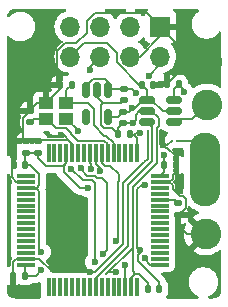
<source format=gtl>
%TF.GenerationSoftware,KiCad,Pcbnew,8.0.5*%
%TF.CreationDate,2025-02-24T22:08:56-06:00*%
%TF.ProjectId,spudglo_driver_mini_v1p0,73707564-676c-46f5-9f64-72697665725f,rev?*%
%TF.SameCoordinates,Original*%
%TF.FileFunction,Copper,L1,Top*%
%TF.FilePolarity,Positive*%
%FSLAX46Y46*%
G04 Gerber Fmt 4.6, Leading zero omitted, Abs format (unit mm)*
G04 Created by KiCad (PCBNEW 8.0.5) date 2025-02-24 22:08:56*
%MOMM*%
%LPD*%
G01*
G04 APERTURE LIST*
G04 Aperture macros list*
%AMRoundRect*
0 Rectangle with rounded corners*
0 $1 Rounding radius*
0 $2 $3 $4 $5 $6 $7 $8 $9 X,Y pos of 4 corners*
0 Add a 4 corners polygon primitive as box body*
4,1,4,$2,$3,$4,$5,$6,$7,$8,$9,$2,$3,0*
0 Add four circle primitives for the rounded corners*
1,1,$1+$1,$2,$3*
1,1,$1+$1,$4,$5*
1,1,$1+$1,$6,$7*
1,1,$1+$1,$8,$9*
0 Add four rect primitives between the rounded corners*
20,1,$1+$1,$2,$3,$4,$5,0*
20,1,$1+$1,$4,$5,$6,$7,0*
20,1,$1+$1,$6,$7,$8,$9,0*
20,1,$1+$1,$8,$9,$2,$3,0*%
G04 Aperture macros list end*
%TA.AperFunction,SMDPad,CuDef*%
%ADD10RoundRect,0.140000X0.140000X0.170000X-0.140000X0.170000X-0.140000X-0.170000X0.140000X-0.170000X0*%
%TD*%
%TA.AperFunction,SMDPad,CuDef*%
%ADD11RoundRect,0.140000X-0.140000X-0.170000X0.140000X-0.170000X0.140000X0.170000X-0.140000X0.170000X0*%
%TD*%
%TA.AperFunction,SMDPad,CuDef*%
%ADD12RoundRect,0.140000X0.170000X-0.140000X0.170000X0.140000X-0.170000X0.140000X-0.170000X-0.140000X0*%
%TD*%
%TA.AperFunction,SMDPad,CuDef*%
%ADD13RoundRect,0.140000X-0.170000X0.140000X-0.170000X-0.140000X0.170000X-0.140000X0.170000X0.140000X0*%
%TD*%
%TA.AperFunction,SMDPad,CuDef*%
%ADD14RoundRect,0.135000X-0.185000X0.135000X-0.185000X-0.135000X0.185000X-0.135000X0.185000X0.135000X0*%
%TD*%
%TA.AperFunction,ComponentPad*%
%ADD15C,2.600000*%
%TD*%
%TA.AperFunction,SMDPad,CuDef*%
%ADD16RoundRect,0.150000X-0.512500X-0.150000X0.512500X-0.150000X0.512500X0.150000X-0.512500X0.150000X0*%
%TD*%
%TA.AperFunction,SMDPad,CuDef*%
%ADD17RoundRect,0.075000X-0.700000X0.075000X-0.700000X-0.075000X0.700000X-0.075000X0.700000X0.075000X0*%
%TD*%
%TA.AperFunction,SMDPad,CuDef*%
%ADD18RoundRect,0.075000X-0.075000X0.700000X-0.075000X-0.700000X0.075000X-0.700000X0.075000X0.700000X0*%
%TD*%
%TA.AperFunction,ComponentPad*%
%ADD19O,1.700000X1.700000*%
%TD*%
%TA.AperFunction,ComponentPad*%
%ADD20R,1.700000X1.700000*%
%TD*%
%TA.AperFunction,SMDPad,CuDef*%
%ADD21R,1.200000X1.000000*%
%TD*%
%TA.AperFunction,SMDPad,CuDef*%
%ADD22RoundRect,0.150000X-0.150000X0.512500X-0.150000X-0.512500X0.150000X-0.512500X0.150000X0.512500X0*%
%TD*%
%TA.AperFunction,SMDPad,CuDef*%
%ADD23R,0.152400X0.254000*%
%TD*%
%TA.AperFunction,ViaPad*%
%ADD24C,0.600000*%
%TD*%
%TA.AperFunction,Conductor*%
%ADD25C,0.200000*%
%TD*%
%TA.AperFunction,Conductor*%
%ADD26C,2.500000*%
%TD*%
G04 APERTURE END LIST*
D10*
%TO.P,C25,1*%
%TO.N,+5V*%
X205420000Y-57180000D03*
%TO.P,C25,2*%
%TO.N,GND*%
X204460000Y-57180000D03*
%TD*%
D11*
%TO.P,C24,1*%
%TO.N,+3V3*%
X202320000Y-57210000D03*
%TO.P,C24,2*%
%TO.N,GND*%
X203280000Y-57210000D03*
%TD*%
D10*
%TO.P,C23,1*%
%TO.N,/OSC48_HI*%
X196360000Y-57210000D03*
%TO.P,C23,2*%
%TO.N,GND*%
X195400000Y-57210000D03*
%TD*%
D12*
%TO.P,C20,1*%
%TO.N,/OSC48_LO*%
X192830000Y-60400000D03*
%TO.P,C20,2*%
%TO.N,GND*%
X192830000Y-59440000D03*
%TD*%
%TO.P,C17,1*%
%TO.N,+3V3*%
X192520000Y-62960000D03*
%TO.P,C17,2*%
%TO.N,GND*%
X192520000Y-62000000D03*
%TD*%
%TO.P,C16,1*%
%TO.N,+3V3*%
X193500000Y-62950000D03*
%TO.P,C16,2*%
%TO.N,GND*%
X193500000Y-61990000D03*
%TD*%
D11*
%TO.P,C15,2*%
%TO.N,GND*%
X205180000Y-63990000D03*
%TO.P,C15,1*%
%TO.N,+3V3*%
X204220000Y-63990000D03*
%TD*%
D10*
%TO.P,C14,1*%
%TO.N,+3V3*%
X192400000Y-73370000D03*
%TO.P,C14,2*%
%TO.N,GND*%
X191440000Y-73370000D03*
%TD*%
%TO.P,C13,1*%
%TO.N,+3V3*%
X192430000Y-64020000D03*
%TO.P,C13,2*%
%TO.N,GND*%
X191470000Y-64020000D03*
%TD*%
%TO.P,C12,1*%
%TO.N,+3V3*%
X201290000Y-61420000D03*
%TO.P,C12,2*%
%TO.N,GND*%
X200330000Y-61420000D03*
%TD*%
%TO.P,C11,1*%
%TO.N,NRST*%
X203790000Y-74480000D03*
%TO.P,C11,2*%
%TO.N,GND*%
X202830000Y-74480000D03*
%TD*%
D13*
%TO.P,C10,1*%
%TO.N,+3V3*%
X200760000Y-59480000D03*
%TO.P,C10,2*%
%TO.N,GND*%
X200760000Y-60440000D03*
%TD*%
%TO.P,C9,1*%
%TO.N,+5V*%
X200770000Y-57560000D03*
%TO.P,C9,2*%
%TO.N,GND*%
X200770000Y-58520000D03*
%TD*%
D14*
%TO.P,R6,1*%
%TO.N,/BOOT0*%
X205410000Y-67230000D03*
%TO.P,R6,2*%
%TO.N,GND*%
X205410000Y-68250000D03*
%TD*%
D15*
%TO.P,J7,1,Pin_1*%
%TO.N,+5V*%
X207630000Y-66200000D03*
%TD*%
%TO.P,J1,1,Pin_1*%
%TO.N,GND*%
X207710000Y-69840000D03*
%TD*%
D16*
%TO.P,U7,6,VCCB*%
%TO.N,+5V*%
X205050000Y-58500000D03*
%TO.P,U7,5,DIR*%
%TO.N,+3V3*%
X205050000Y-59450000D03*
%TO.P,U7,4,B*%
%TO.N,TIM1_CH1_SHIFT*%
X205050000Y-60400000D03*
%TO.P,U7,3,A*%
%TO.N,TIM1_CH1*%
X202775000Y-60400000D03*
%TO.P,U7,2,GND*%
%TO.N,GND*%
X202775000Y-59450000D03*
%TO.P,U7,1,VCCA*%
%TO.N,+3V3*%
X202775000Y-58500000D03*
%TD*%
D15*
%TO.P,J2,1,Pin_1*%
%TO.N,+5V*%
X207630000Y-62550000D03*
%TD*%
D17*
%TO.P,U4,64,VDD*%
%TO.N,+3V3*%
X203845000Y-64940001D03*
%TO.P,U4,63,VSS*%
%TO.N,GND*%
X203845000Y-65440000D03*
%TO.P,U4,62,PB9/I2C1_SDA/SPI2_NSS*%
%TO.N,unconnected-(U4-PB9{slash}I2C1_SDA{slash}SPI2_NSS-Pad62)*%
X203845000Y-65940000D03*
%TO.P,U4,61,PB8/I2C1_SCL/TIM16_CH1*%
%TO.N,unconnected-(U4-PB8{slash}I2C1_SCL{slash}TIM16_CH1-Pad61)*%
X203845000Y-66440000D03*
%TO.P,U4,60,PH3/BOOT0*%
%TO.N,/BOOT0*%
X203845000Y-66940000D03*
%TO.P,U4,59,PB7/USART1_RX*%
%TO.N,unconnected-(U4-PB7{slash}USART1_RX-Pad59)*%
X203845000Y-67440001D03*
%TO.P,U4,58,PB6/USART1_TX*%
%TO.N,unconnected-(U4-PB6{slash}USART1_TX-Pad58)*%
X203845000Y-67940000D03*
%TO.P,U4,57,PB5/SPI1_MOSI/SPI3_MOSI*%
%TO.N,unconnected-(U4-PB5{slash}SPI1_MOSI{slash}SPI3_MOSI-Pad57)*%
X203845000Y-68440000D03*
%TO.P,U4,56,PB4/NJTRST*%
%TO.N,unconnected-(U4-PB4{slash}NJTRST-Pad56)*%
X203845000Y-68940000D03*
%TO.P,U4,55,PB3/JTDO-TRACE-SWO*%
%TO.N,unconnected-(U4-PB3{slash}JTDO-TRACE-SWO-Pad55)*%
X203845000Y-69440000D03*
%TO.P,U4,54,PD2*%
%TO.N,unconnected-(U4-PD2-Pad54)*%
X203845000Y-69939999D03*
%TO.P,U4,53,PC12/SPI3_MOSI*%
%TO.N,unconnected-(U4-PC12{slash}SPI3_MOSI-Pad53)*%
X203845000Y-70440000D03*
%TO.P,U4,52,PC11/SPI3_MISO/USART3_RX*%
%TO.N,unconnected-(U4-PC11{slash}SPI3_MISO{slash}USART3_RX-Pad52)*%
X203845000Y-70940000D03*
%TO.P,U4,51,PC10*%
%TO.N,unconnected-(U4-PC10-Pad51)*%
X203845000Y-71440000D03*
%TO.P,U4,50,PA15/JTDI*%
%TO.N,unconnected-(U4-PA15{slash}JTDI-Pad50)*%
X203845000Y-71940000D03*
%TO.P,U4,49,PA14/SWCLK*%
%TO.N,/SWCLK*%
X203845000Y-72439999D03*
D18*
%TO.P,U4,48,VDDUSB*%
%TO.N,unconnected-(U4-VDDUSB-Pad48)*%
X201919999Y-74365000D03*
%TO.P,U4,47,VSS*%
%TO.N,GND*%
X201420000Y-74365000D03*
%TO.P,U4,46,PA13/SWDIO*%
%TO.N,/SWDIO*%
X200920000Y-74365000D03*
%TO.P,U4,45,PA12/SPI_MOSI*%
%TO.N,unconnected-(U4-PA12{slash}SPI_MOSI-Pad45)*%
X200420000Y-74365000D03*
%TO.P,U4,44,PA11/TIM1_CH4/SPI1_MISO*%
%TO.N,unconnected-(U4-PA11{slash}TIM1_CH4{slash}SPI1_MISO-Pad44)*%
X199920000Y-74365000D03*
%TO.P,U4,43,PA10/TIM1_CH3/USART1_RX*%
%TO.N,unconnected-(U4-PA10{slash}TIM1_CH3{slash}USART1_RX-Pad43)*%
X199419999Y-74365000D03*
%TO.P,U4,42,PA9/TIM1_CH2/USART1_TX*%
%TO.N,unconnected-(U4-PA9{slash}TIM1_CH2{slash}USART1_TX-Pad42)*%
X198920000Y-74365000D03*
%TO.P,U4,41,PA8/TIM1_CH1*%
%TO.N,TIM1_CH1*%
X198420000Y-74365000D03*
%TO.P,U4,40,PC9*%
%TO.N,unconnected-(U4-PC9-Pad40)*%
X197920000Y-74365000D03*
%TO.P,U4,39,PC8*%
%TO.N,unconnected-(U4-PC8-Pad39)*%
X197420000Y-74365000D03*
%TO.P,U4,38,PC7*%
%TO.N,unconnected-(U4-PC7-Pad38)*%
X196920001Y-74365000D03*
%TO.P,U4,37,PC6*%
%TO.N,unconnected-(U4-PC6-Pad37)*%
X196420000Y-74365000D03*
%TO.P,U4,36,PB15/SPI2_MOSI/TIM15_CH2*%
%TO.N,unconnected-(U4-PB15{slash}SPI2_MOSI{slash}TIM15_CH2-Pad36)*%
X195920000Y-74365000D03*
%TO.P,U4,35,PB14/SPI2_MISO/TIM15_CH1*%
%TO.N,unconnected-(U4-PB14{slash}SPI2_MISO{slash}TIM15_CH1-Pad35)*%
X195420000Y-74365000D03*
%TO.P,U4,34,PB13*%
%TO.N,unconnected-(U4-PB13-Pad34)*%
X194920000Y-74365000D03*
%TO.P,U4,33,PB12*%
%TO.N,unconnected-(U4-PB12-Pad33)*%
X194420001Y-74365000D03*
D17*
%TO.P,U4,32,VDD*%
%TO.N,+3V3*%
X192495000Y-72439999D03*
%TO.P,U4,31,VSS*%
%TO.N,GND*%
X192495000Y-71940000D03*
%TO.P,U4,30,PB11/USART3_RX/LPUART1_TX/TIM2_CH4/I2C2_SDA*%
%TO.N,unconnected-(U4-PB11{slash}USART3_RX{slash}LPUART1_TX{slash}TIM2_CH4{slash}I2C2_SDA-Pad30)*%
X192495000Y-71440000D03*
%TO.P,U4,29,PB10/LPUART1_RX/SPI2_SCK/TIM2_CH3/I2C2_SCL*%
%TO.N,unconnected-(U4-PB10{slash}LPUART1_RX{slash}SPI2_SCK{slash}TIM2_CH3{slash}I2C2_SCL-Pad29)*%
X192495000Y-70940000D03*
%TO.P,U4,28,PB2*%
%TO.N,unconnected-(U4-PB2-Pad28)*%
X192495000Y-70440000D03*
%TO.P,U4,27,PB1*%
%TO.N,unconnected-(U4-PB1-Pad27)*%
X192495000Y-69939999D03*
%TO.P,U4,26,PB0*%
%TO.N,unconnected-(U4-PB0-Pad26)*%
X192495000Y-69440000D03*
%TO.P,U4,25,PC5/USART3_RX/WKUP5*%
%TO.N,unconnected-(U4-PC5{slash}USART3_RX{slash}WKUP5-Pad25)*%
X192495000Y-68940000D03*
%TO.P,U4,24,PC4/USART3_TX*%
%TO.N,unconnected-(U4-PC4{slash}USART3_TX-Pad24)*%
X192495000Y-68440000D03*
%TO.P,U4,23,PA7/SPI1_MOSI*%
%TO.N,unconnected-(U4-PA7{slash}SPI1_MOSI-Pad23)*%
X192495000Y-67940000D03*
%TO.P,U4,22,PA6/TIM16_CH1*%
%TO.N,unconnected-(U4-PA6{slash}TIM16_CH1-Pad22)*%
X192495000Y-67440001D03*
%TO.P,U4,21,PA5/SPI1_SCK/TIM2_CH1*%
%TO.N,unconnected-(U4-PA5{slash}SPI1_SCK{slash}TIM2_CH1-Pad21)*%
X192495000Y-66940000D03*
%TO.P,U4,20,PA4/SPI1_NSS/LPTIM2_OUT*%
%TO.N,unconnected-(U4-PA4{slash}SPI1_NSS{slash}LPTIM2_OUT-Pad20)*%
X192495000Y-66440000D03*
%TO.P,U4,19,VDD*%
%TO.N,+3V3*%
X192495000Y-65940000D03*
%TO.P,U4,18,VSS*%
%TO.N,GND*%
X192495000Y-65440000D03*
%TO.P,U4,17,PA3/LPUART1_RX/TIM2_CH4*%
%TO.N,unconnected-(U4-PA3{slash}LPUART1_RX{slash}TIM2_CH4-Pad17)*%
X192495000Y-64940001D03*
D18*
%TO.P,U4,16,PA2/LPUART1_TX/TIM2_CH3/WKUP4*%
%TO.N,unconnected-(U4-PA2{slash}LPUART1_TX{slash}TIM2_CH3{slash}WKUP4-Pad16)*%
X194420001Y-63015000D03*
%TO.P,U4,15,PA1_SPI1_SCK*%
%TO.N,unconnected-(U4-PA1_SPI1_SCK-Pad15)*%
X194920000Y-63015000D03*
%TO.P,U4,14,PA0_WKUP1*%
%TO.N,unconnected-(U4-PA0_WKUP1-Pad14)*%
X195420000Y-63015000D03*
%TO.P,U4,13,VDDA*%
%TO.N,+3V3*%
X195920000Y-63015000D03*
%TO.P,U4,12,VSSA*%
%TO.N,GND*%
X196420000Y-63015000D03*
%TO.P,U4,11,PC3/SPI2_MOSI*%
%TO.N,unconnected-(U4-PC3{slash}SPI2_MOSI-Pad11)*%
X196920001Y-63015000D03*
%TO.P,U4,10,PC2/SPI2_MISO*%
%TO.N,unconnected-(U4-PC2{slash}SPI2_MISO-Pad10)*%
X197420000Y-63015000D03*
%TO.P,U4,9,PC1/LPUART1_TX*%
%TO.N,XR_RX*%
X197920000Y-63015000D03*
%TO.P,U4,8,PC0/LPUART1_RX*%
%TO.N,XR_TX*%
X198420000Y-63015000D03*
%TO.P,U4,7,NRST*%
%TO.N,NRST*%
X198920000Y-63015000D03*
%TO.P,U4,6,PH1/OSCOUT*%
%TO.N,/OSC48_LO*%
X199419999Y-63015000D03*
%TO.P,U4,5,PH0/OSCIN*%
%TO.N,/OSC48_HI*%
X199920000Y-63015000D03*
%TO.P,U4,4,PC15_OSC32_OUT*%
%TO.N,unconnected-(U4-PC15_OSC32_OUT-Pad4)*%
X200420000Y-63015000D03*
%TO.P,U4,3,PC14_OSC32_IN*%
%TO.N,unconnected-(U4-PC14_OSC32_IN-Pad3)*%
X200920000Y-63015000D03*
%TO.P,U4,2,PC13/WKUP2*%
%TO.N,unconnected-(U4-PC13{slash}WKUP2-Pad2)*%
X201420000Y-63015000D03*
%TO.P,U4,1,VBAT*%
%TO.N,+3V3*%
X201919999Y-63015000D03*
%TD*%
D15*
%TO.P,J4,1,Pin_1*%
%TO.N,TIM1_CH1_SHIFT*%
X207810000Y-58910000D03*
%TD*%
%TO.P,J5,1,Pin_1*%
%TO.N,GND*%
X207800000Y-55290000D03*
%TD*%
D19*
%TO.P,J3,8,Pin_8*%
%TO.N,+3V3*%
X196270000Y-54840000D03*
%TO.P,J3,7,Pin_7*%
%TO.N,/SWDIO*%
X196270000Y-52300000D03*
%TO.P,J3,6,Pin_6*%
%TO.N,/SWCLK*%
X198810000Y-54840000D03*
%TO.P,J3,5,Pin_5*%
%TO.N,XR_TX*%
X198810001Y-52300000D03*
%TO.P,J3,4,Pin_4*%
%TO.N,GND*%
X201350000Y-54840000D03*
%TO.P,J3,3,Pin_3*%
%TO.N,XR_RX*%
X201350000Y-52300000D03*
%TO.P,J3,2,Pin_2*%
%TO.N,NRST*%
X203890000Y-54840000D03*
D20*
%TO.P,J3,1,Pin_1*%
%TO.N,GND*%
X203890000Y-52300000D03*
%TD*%
D21*
%TO.P,U5,4,GND*%
%TO.N,GND*%
X194210000Y-58790000D03*
%TO.P,U5,3,OUT/IN*%
%TO.N,/OSC48_HI*%
X195910000Y-58790000D03*
%TO.P,U5,2,GND*%
%TO.N,GND*%
X195910000Y-60090000D03*
%TO.P,U5,1,IN/OUT*%
%TO.N,/OSC48_LO*%
X194210000Y-60090000D03*
%TD*%
D22*
%TO.P,U3,1,IN*%
%TO.N,+5V*%
X199490000Y-57670000D03*
%TO.P,U3,2,GND*%
%TO.N,GND*%
X198540001Y-57670000D03*
%TO.P,U3,3,EN*%
%TO.N,+5V*%
X197590002Y-57670000D03*
%TO.P,U3,4,NC*%
%TO.N,unconnected-(U3-NC-Pad4)*%
X197590002Y-59945000D03*
%TO.P,U3,5,OUT*%
%TO.N,+3V3*%
X199490000Y-59945000D03*
%TD*%
D23*
%TO.P,CR2,1,1*%
%TO.N,+5V*%
X205250000Y-61950000D03*
%TO.P,CR2,2,2*%
%TO.N,GND*%
X204843600Y-61950000D03*
%TD*%
D24*
%TO.N,+3V3*%
X197719732Y-65920000D03*
%TO.N,GND*%
X194960000Y-72390000D03*
%TO.N,+5V*%
X201796045Y-57893124D03*
%TO.N,/SWDIO*%
X196290000Y-64310000D03*
%TO.N,/SWCLK*%
X197188129Y-64269091D03*
X197950000Y-55990000D03*
%TO.N,NRST*%
X202590031Y-65668497D03*
X202920791Y-56435987D03*
%TO.N,+5V*%
X205870000Y-57820000D03*
%TO.N,GND*%
X195445001Y-61490000D03*
%TO.N,XR_TX*%
X198763061Y-64514000D03*
%TO.N,XR_RX*%
X197990334Y-64306891D03*
%TO.N,GND*%
X204115581Y-62327737D03*
%TO.N,/SWCLK*%
X198989866Y-71573508D03*
%TO.N,NRST*%
X200130000Y-70426687D03*
X202127494Y-71206225D03*
%TO.N,/SWCLK*%
X202570000Y-71872703D03*
%TO.N,/SWDIO*%
X198319732Y-72243642D03*
X200890903Y-72500903D03*
%TO.N,+3V3*%
X201470000Y-59200000D03*
%TO.N,GND*%
X201590000Y-60420000D03*
X197912538Y-73090001D03*
%TO.N,+3V3*%
X202199315Y-61260000D03*
X204199315Y-63150000D03*
%TO.N,GND*%
X200095937Y-73098829D03*
X196879265Y-61100735D03*
%TO.N,+3V3*%
X193811002Y-71371213D03*
X193760735Y-72929265D03*
%TD*%
D25*
%TO.N,GND*%
X201777589Y-73200000D02*
X201527494Y-72949905D01*
X201527494Y-71015782D02*
X201530000Y-71013276D01*
X201527494Y-72949905D02*
X201527494Y-71015782D01*
X202062409Y-73200000D02*
X201777589Y-73200000D01*
X201420000Y-73557589D02*
X201420000Y-74365000D01*
X201777589Y-73200000D02*
X201420000Y-73557589D01*
%TO.N,/SWDIO*%
X200920000Y-73041471D02*
X200920000Y-74365000D01*
X200890903Y-72500903D02*
X200890903Y-73012374D01*
X200890903Y-73012374D02*
X200920000Y-73041471D01*
%TO.N,GND*%
X202830000Y-74480000D02*
X202830000Y-73967591D01*
X202830000Y-73967591D02*
X202062409Y-73200000D01*
%TO.N,NRST*%
X202127494Y-71206225D02*
X202127494Y-71466680D01*
X201970000Y-72121232D02*
X203790000Y-73941232D01*
X202127494Y-71466680D02*
X201970000Y-71624174D01*
X201970000Y-71624174D02*
X201970000Y-72121232D01*
X203790000Y-73941232D02*
X203790000Y-74480000D01*
%TO.N,GND*%
X205180000Y-63282156D02*
X205180000Y-63990000D01*
X204115581Y-62327737D02*
X204465863Y-62327737D01*
X204465863Y-62327737D02*
X204843600Y-61950000D01*
X204115581Y-62327737D02*
X204337844Y-62550000D01*
X204337844Y-62550000D02*
X204447844Y-62550000D01*
X204447844Y-62550000D02*
X205180000Y-63282156D01*
%TO.N,+3V3*%
X204199315Y-63150000D02*
X204220000Y-63170685D01*
X204220000Y-63170685D02*
X204220000Y-63990000D01*
%TO.N,GND*%
X202510000Y-63768629D02*
X202510000Y-63758629D01*
X200964315Y-65314314D02*
X202510000Y-63768629D01*
X200660952Y-70750952D02*
X200730000Y-70681904D01*
X200730000Y-65550000D02*
X200730000Y-65548628D01*
X200730000Y-70681904D02*
X200730000Y-65550000D01*
X202799315Y-63100000D02*
X202799315Y-61030000D01*
X199860952Y-71550952D02*
X200660952Y-70750952D01*
X200730000Y-65548628D02*
X200964315Y-65314314D01*
X202510000Y-63758629D02*
X202799315Y-63469314D01*
X202799315Y-63469314D02*
X202799315Y-63100000D01*
X197912538Y-73090001D02*
X198321903Y-73090001D01*
X198321903Y-73090001D02*
X199860952Y-71550952D01*
%TO.N,+3V3*%
X195690000Y-64061471D02*
X195920000Y-63831471D01*
X197719732Y-65920000D02*
X197051471Y-65920000D01*
X197051471Y-65920000D02*
X195690000Y-64558529D01*
X195690000Y-64558529D02*
X195690000Y-64061471D01*
X195920000Y-63831471D02*
X195920000Y-63015000D01*
%TO.N,GND*%
X195590000Y-73090001D02*
X194770001Y-73090001D01*
X195590000Y-73090001D02*
X195590000Y-73020000D01*
X197912538Y-73090001D02*
X195590000Y-73090001D01*
X195590000Y-73020000D02*
X194960000Y-72390000D01*
%TO.N,NRST*%
X202920791Y-56435987D02*
X203890000Y-55466778D01*
%TO.N,+5V*%
X201796045Y-57893124D02*
X201462921Y-57560000D01*
X201462921Y-57560000D02*
X200770000Y-57560000D01*
%TO.N,/SWDIO*%
X198120000Y-65320000D02*
X197300000Y-65320000D01*
X197300000Y-65320000D02*
X196290000Y-64310000D01*
%TO.N,/SWCLK*%
X198989866Y-71573508D02*
X199350000Y-71213374D01*
X199350000Y-71213374D02*
X199350000Y-65520000D01*
X199350000Y-65520000D02*
X198944000Y-65114000D01*
X197706891Y-64906891D02*
X197188129Y-64388129D01*
X198944000Y-65114000D02*
X198514532Y-65114000D01*
X198514532Y-65114000D02*
X198307423Y-64906891D01*
X198307423Y-64906891D02*
X197706891Y-64906891D01*
X197188129Y-64388129D02*
X197188129Y-64269091D01*
%TO.N,GND*%
X203890000Y-52300000D02*
X202740000Y-51150000D01*
X196770000Y-53690000D02*
X195793654Y-53690000D01*
X198333655Y-51150000D02*
X197660001Y-51823654D01*
X197660001Y-51823654D02*
X197660001Y-52799999D01*
X197660001Y-52799999D02*
X196770000Y-53690000D01*
X202740000Y-51150000D02*
X198333655Y-51150000D01*
X195110000Y-56920000D02*
X195400000Y-57210000D01*
X195793654Y-53690000D02*
X195110000Y-54373654D01*
X195110000Y-54373654D02*
X195110000Y-56920000D01*
%TO.N,/SWCLK*%
X197950000Y-55700000D02*
X198810000Y-54840000D01*
X197950000Y-55990000D02*
X197950000Y-55700000D01*
%TO.N,+3V3*%
X196270000Y-54840000D02*
X197420000Y-53690000D01*
X202093654Y-57210000D02*
X202320000Y-57210000D01*
X197420000Y-53690000D02*
X199330000Y-53690000D01*
X199330000Y-53690000D02*
X200200000Y-54560000D01*
X200200000Y-54560000D02*
X200200000Y-55316346D01*
X200200000Y-55316346D02*
X202093654Y-57210000D01*
%TO.N,GND*%
X203890000Y-52300000D02*
X203890000Y-53080000D01*
X203890000Y-53080000D02*
X202130000Y-54840000D01*
X202130000Y-54840000D02*
X201350000Y-54840000D01*
%TO.N,NRST*%
X202127494Y-71206225D02*
X201930000Y-71008731D01*
X201930000Y-66045686D02*
X202307189Y-65668497D01*
X202307189Y-65668497D02*
X202590031Y-65668497D01*
X201930000Y-71008731D02*
X201930000Y-66045686D01*
%TO.N,GND*%
X205410000Y-68250000D02*
X206030000Y-67630000D01*
X206030000Y-67630000D02*
X206030000Y-66911076D01*
X206030000Y-66911076D02*
X205778924Y-66660000D01*
X205778924Y-66660000D02*
X205540000Y-66660000D01*
X205540000Y-66660000D02*
X204920000Y-66040000D01*
X204652410Y-65440000D02*
X203845000Y-65440000D01*
X204920000Y-66040000D02*
X204920000Y-65707590D01*
X204920000Y-65707590D02*
X204652410Y-65440000D01*
X205410000Y-69070000D02*
X206180000Y-69840000D01*
X206180000Y-69840000D02*
X207710000Y-69840000D01*
%TO.N,+3V3*%
X192430000Y-64020000D02*
X192430000Y-63050000D01*
%TO.N,+5V*%
X205870000Y-57820000D02*
X205870000Y-57630000D01*
X205870000Y-57630000D02*
X205420000Y-57180000D01*
%TO.N,+3V3*%
X205050000Y-59450000D02*
X204078052Y-59450000D01*
X204078052Y-59450000D02*
X203128052Y-58500000D01*
%TO.N,+5V*%
X205250000Y-61950000D02*
X207030000Y-61950000D01*
%TO.N,/SWDIO*%
X198319732Y-65519732D02*
X198120000Y-65320000D01*
X198319732Y-72243642D02*
X198319732Y-65519732D01*
%TO.N,GND*%
X206350000Y-55290000D02*
X206350000Y-54760000D01*
X206350000Y-54760000D02*
X203890000Y-52300000D01*
X204460000Y-57180000D02*
X206350000Y-55290000D01*
X206350000Y-55290000D02*
X207800000Y-55290000D01*
X195702410Y-61490000D02*
X196176205Y-61963795D01*
X195445001Y-61490000D02*
X195702410Y-61490000D01*
%TO.N,/OSC48_LO*%
X199419999Y-63015000D02*
X199419999Y-62207589D01*
X199419999Y-62207589D02*
X199152410Y-61940000D01*
X199152410Y-61940000D02*
X196870001Y-61940000D01*
X196279265Y-61349264D02*
X196279265Y-61289265D01*
X196870001Y-61940000D02*
X196279265Y-61349264D01*
X196279265Y-61289265D02*
X195880000Y-60890000D01*
X195880000Y-60890000D02*
X195010000Y-60890000D01*
X195010000Y-60890000D02*
X194210000Y-60090000D01*
%TO.N,GND*%
X196176205Y-61963795D02*
X196122410Y-61910000D01*
X196420000Y-62207590D02*
X196176205Y-61963795D01*
X196879265Y-61100735D02*
X196879265Y-61059265D01*
X196879265Y-61059265D02*
X195910000Y-60090000D01*
%TO.N,/OSC48_HI*%
X199920000Y-63015000D02*
X199920000Y-62141904D01*
X199920000Y-62141904D02*
X199318096Y-61540000D01*
X198235488Y-60625488D02*
X198235488Y-59287434D01*
X197738054Y-58790000D02*
X195910000Y-58790000D01*
X199318096Y-61540000D02*
X199150000Y-61540000D01*
X199150000Y-61540000D02*
X198235488Y-60625488D01*
X198235488Y-59287434D02*
X197738054Y-58790000D01*
%TO.N,GND*%
X200330000Y-61420000D02*
X199817500Y-60907500D01*
X198890000Y-58889951D02*
X199026218Y-58753733D01*
X199817500Y-60907500D02*
X199149448Y-60907500D01*
X198890000Y-60648052D02*
X198890000Y-58889951D01*
X199149448Y-60907500D02*
X198890000Y-60648052D01*
X200330000Y-61420000D02*
X200330000Y-60870000D01*
X200330000Y-60870000D02*
X200760000Y-60440000D01*
X192520000Y-62000000D02*
X192220000Y-61700000D01*
X192220000Y-61700000D02*
X192220000Y-60050000D01*
X192220000Y-60050000D02*
X192830000Y-59440000D01*
X194210000Y-58790000D02*
X195400000Y-57600000D01*
X195400000Y-57600000D02*
X195400000Y-57210000D01*
X194210000Y-58790000D02*
X193480000Y-58790000D01*
X193480000Y-58790000D02*
X192830000Y-59440000D01*
X191470000Y-63611384D02*
X191230717Y-63372101D01*
X191230717Y-63372101D02*
X191230717Y-62690808D01*
X191230717Y-62690808D02*
X191921525Y-62000000D01*
X191921525Y-62000000D02*
X192520000Y-62000000D01*
X194770001Y-73090001D02*
X193620000Y-71940000D01*
X193620000Y-71940000D02*
X192495000Y-71940000D01*
%TO.N,XR_TX*%
X198763061Y-64231158D02*
X198420000Y-63888097D01*
X198420000Y-63888097D02*
X198420000Y-63015000D01*
X198763061Y-64514000D02*
X198763061Y-64231158D01*
%TO.N,XR_RX*%
X197990334Y-64306891D02*
X197990334Y-63892744D01*
X197990334Y-63892744D02*
X197920000Y-63822410D01*
X197920000Y-63822410D02*
X197920000Y-63015000D01*
%TO.N,NRST*%
X198920000Y-63822411D02*
X199187589Y-64090000D01*
X200330000Y-70226687D02*
X200130000Y-70426687D01*
X199630000Y-64090000D02*
X200350000Y-64810000D01*
X200330000Y-65382943D02*
X200330000Y-70226687D01*
X199187589Y-64090000D02*
X199630000Y-64090000D01*
X198920000Y-63015000D02*
X198920000Y-63822411D01*
X200350000Y-64810000D02*
X200350000Y-65362943D01*
X200350000Y-65362943D02*
X200330000Y-65382943D01*
%TO.N,GND*%
X191470000Y-63611384D02*
X191470000Y-64020000D01*
X192520000Y-62000000D02*
X193490000Y-62000000D01*
X196420000Y-63015000D02*
X196420000Y-62207590D01*
X196122410Y-61910000D02*
X193580000Y-61910000D01*
X199026218Y-58753733D02*
X200536267Y-58753733D01*
X200536267Y-58753733D02*
X200770000Y-58520000D01*
X199026218Y-58753733D02*
X198540001Y-58267516D01*
X198540001Y-58267516D02*
X198540001Y-57670000D01*
%TO.N,/SWCLK*%
X202570000Y-71872703D02*
X202570000Y-71972410D01*
X202570000Y-71972410D02*
X203037589Y-72439999D01*
X203037589Y-72439999D02*
X203845000Y-72439999D01*
%TO.N,GND*%
X205410000Y-68250000D02*
X205410000Y-69070000D01*
X191420000Y-72207589D02*
X191687589Y-71940000D01*
X191420000Y-73350000D02*
X191420000Y-72207589D01*
X191687589Y-71940000D02*
X192495000Y-71940000D01*
X203280000Y-57210000D02*
X204430000Y-57210000D01*
%TO.N,+3V3*%
X202775000Y-58500000D02*
X202775000Y-57665000D01*
X202775000Y-57665000D02*
X202320000Y-57210000D01*
X202421948Y-58500000D02*
X201721948Y-59200000D01*
X201721948Y-59200000D02*
X201470000Y-59200000D01*
X201470000Y-59200000D02*
X201190000Y-59480000D01*
X201190000Y-59480000D02*
X200760000Y-59480000D01*
X199490000Y-59945000D02*
X200295000Y-59945000D01*
X200295000Y-59945000D02*
X200760000Y-59480000D01*
%TO.N,GND*%
X200760000Y-60440000D02*
X201570000Y-60440000D01*
X201570000Y-60440000D02*
X201590000Y-60420000D01*
X201800000Y-60210000D02*
X201590000Y-60420000D01*
X201800000Y-60190000D02*
X201800000Y-60210000D01*
X202775000Y-59450000D02*
X202112501Y-59450000D01*
X202112501Y-59450000D02*
X201800000Y-59762501D01*
X201800000Y-59762501D02*
X201800000Y-60190000D01*
X201530000Y-65880000D02*
X203599315Y-63810685D01*
X203599315Y-60878737D02*
X203737500Y-60740552D01*
X203599315Y-63810685D02*
X203599315Y-60878737D01*
X203737500Y-60740552D02*
X203737500Y-60059448D01*
X203737500Y-60059448D02*
X203128052Y-59450000D01*
%TO.N,TIM1_CH1*%
X203199315Y-63635000D02*
X203199315Y-60820000D01*
X203199315Y-60820000D02*
X203195000Y-60820000D01*
X203195000Y-60820000D02*
X202775000Y-60400000D01*
%TO.N,+5V*%
X205050000Y-58500000D02*
X205050000Y-57550000D01*
X205050000Y-57550000D02*
X205420000Y-57180000D01*
X200770000Y-57560000D02*
X199600000Y-57560000D01*
%TO.N,GND*%
X192495000Y-65440000D02*
X191687589Y-65440000D01*
X191280000Y-64210000D02*
X191470000Y-64020000D01*
X191687589Y-65440000D02*
X191280000Y-65032411D01*
X191280000Y-65032411D02*
X191280000Y-64210000D01*
%TO.N,+3V3*%
X193500000Y-62950000D02*
X193500000Y-63402409D01*
X193500000Y-63402409D02*
X194187591Y-64090000D01*
X194187591Y-64090000D02*
X195652410Y-64090000D01*
X195920000Y-63822410D02*
X195920000Y-63015000D01*
X195652410Y-64090000D02*
X195920000Y-63822410D01*
%TO.N,/OSC48_LO*%
X194210000Y-60090000D02*
X193140000Y-60090000D01*
X193140000Y-60090000D02*
X192830000Y-60400000D01*
%TO.N,/OSC48_HI*%
X195910000Y-58790000D02*
X195910000Y-57660000D01*
X195910000Y-57660000D02*
X196360000Y-57210000D01*
%TO.N,+3V3*%
X202199315Y-61260000D02*
X201790000Y-61260000D01*
X201790000Y-61260000D02*
X201610000Y-61440000D01*
X201919999Y-63015000D02*
X201919999Y-61749999D01*
X201919999Y-61749999D02*
X201610000Y-61440000D01*
%TO.N,GND*%
X204652411Y-65440000D02*
X204920000Y-65172411D01*
X204920000Y-65172411D02*
X204920000Y-64870000D01*
X203845000Y-65440000D02*
X204652411Y-65440000D01*
X204920000Y-64870000D02*
X205180000Y-64610000D01*
X205180000Y-64610000D02*
X205180000Y-63990000D01*
%TO.N,+3V3*%
X204220000Y-63990000D02*
X204220000Y-64565001D01*
X204220000Y-64565001D02*
X203845000Y-64940001D01*
%TO.N,TIM1_CH1*%
X202910000Y-63924315D02*
X203199315Y-63635000D01*
X198420000Y-74365000D02*
X198420000Y-73557590D01*
X201130000Y-70847590D02*
X201130000Y-65714314D01*
X202910000Y-63934314D02*
X202910000Y-63924315D01*
X198420000Y-73557590D02*
X201130000Y-70847590D01*
X201130000Y-65714314D02*
X202910000Y-63934314D01*
%TO.N,GND*%
X201530000Y-71013276D02*
X201530000Y-65880000D01*
%TO.N,/BOOT0*%
X205410000Y-67230000D02*
X205120000Y-66940000D01*
X205120000Y-66940000D02*
X203845000Y-66940000D01*
D26*
%TO.N,+5V*%
X207630000Y-62550000D02*
X207630000Y-66200000D01*
D25*
%TO.N,TIM1_CH1_SHIFT*%
X205025000Y-60130000D02*
X206590000Y-60130000D01*
X206590000Y-60130000D02*
X207810000Y-58910000D01*
%TO.N,+5V*%
X199490000Y-57670000D02*
X199490000Y-57007501D01*
X199490000Y-57007501D02*
X199189999Y-56707500D01*
X199189999Y-56707500D02*
X198199449Y-56707500D01*
X198199449Y-56707500D02*
X197590002Y-57316947D01*
%TO.N,GND*%
X199301638Y-73241638D02*
X201530000Y-71013276D01*
X200095937Y-73098829D02*
X199444447Y-73098829D01*
X199444447Y-73098829D02*
X199301638Y-73241638D01*
%TO.N,+3V3*%
X193500000Y-62950000D02*
X192530000Y-62950000D01*
X193760735Y-72929265D02*
X193320000Y-73370000D01*
X193570000Y-71130211D02*
X193570000Y-66207590D01*
X193620000Y-65722410D02*
X193402410Y-65940000D01*
X192430000Y-64020000D02*
X192882409Y-64020000D01*
X193570000Y-66207590D02*
X193302410Y-65940000D01*
X192400000Y-72534999D02*
X192495000Y-72439999D01*
X193811002Y-71371213D02*
X193570000Y-71130211D01*
X193320000Y-73370000D02*
X192400000Y-73370000D01*
X193302410Y-65940000D02*
X192495000Y-65940000D01*
X192400000Y-73370000D02*
X192400000Y-72534999D01*
X193402410Y-65940000D02*
X192495000Y-65940000D01*
X193620000Y-64757591D02*
X193620000Y-65722410D01*
X192882409Y-64020000D02*
X193620000Y-64757591D01*
%TD*%
%TA.AperFunction,Conductor*%
%TO.N,GND*%
G36*
X191562539Y-73139685D02*
G01*
X191608294Y-73192489D01*
X191619500Y-73244000D01*
X191619500Y-73604697D01*
X191622356Y-73640991D01*
X191622357Y-73640997D01*
X191667503Y-73796389D01*
X191667505Y-73796393D01*
X191667506Y-73796395D01*
X191672732Y-73805233D01*
X191690000Y-73868352D01*
X191690000Y-74174503D01*
X191836194Y-74132032D01*
X191856384Y-74120091D01*
X191924108Y-74102906D01*
X191982629Y-74120089D01*
X192003605Y-74132494D01*
X192044587Y-74144400D01*
X192159002Y-74177642D01*
X192159005Y-74177642D01*
X192159007Y-74177643D01*
X192195310Y-74180500D01*
X192195318Y-74180500D01*
X192604682Y-74180500D01*
X192604690Y-74180500D01*
X192640993Y-74177643D01*
X192640995Y-74177642D01*
X192640997Y-74177642D01*
X192681975Y-74165736D01*
X192796395Y-74132494D01*
X192935687Y-74050117D01*
X192978984Y-74006820D01*
X193040307Y-73973334D01*
X193066666Y-73970500D01*
X193233331Y-73970500D01*
X193233347Y-73970501D01*
X193240943Y-73970501D01*
X193399054Y-73970501D01*
X193399057Y-73970501D01*
X193551785Y-73929577D01*
X193583497Y-73911266D01*
X193651395Y-73894791D01*
X193717423Y-73917640D01*
X193760616Y-73972559D01*
X193769501Y-74018651D01*
X193769501Y-75102713D01*
X193769502Y-75102730D01*
X193778552Y-75171472D01*
X193767786Y-75240507D01*
X193721406Y-75292763D01*
X193655613Y-75311657D01*
X191709494Y-75311657D01*
X191706666Y-75311475D01*
X191700244Y-75311491D01*
X191700243Y-75311491D01*
X191678040Y-75311547D01*
X191640433Y-75311643D01*
X191628279Y-75311076D01*
X191496964Y-75298480D01*
X191473112Y-75293799D01*
X191352631Y-75257587D01*
X191330149Y-75248342D01*
X191219045Y-75189319D01*
X191198799Y-75175866D01*
X191191626Y-75170010D01*
X191101342Y-75096300D01*
X191084118Y-75079164D01*
X191004052Y-74982110D01*
X190990501Y-74961939D01*
X190930911Y-74851137D01*
X190921553Y-74828707D01*
X190884721Y-74708401D01*
X190879922Y-74684592D01*
X190866753Y-74554296D01*
X190866126Y-74541846D01*
X190866126Y-74243915D01*
X190885811Y-74176876D01*
X190938615Y-74131121D01*
X191007773Y-74121177D01*
X191039374Y-74130114D01*
X191043805Y-74132031D01*
X191190000Y-74174504D01*
X191190000Y-73244000D01*
X191209685Y-73176961D01*
X191262489Y-73131206D01*
X191314000Y-73120000D01*
X191495500Y-73120000D01*
X191562539Y-73139685D01*
G37*
%TD.AperFunction*%
%TA.AperFunction,Conductor*%
G36*
X206367072Y-67493063D02*
G01*
X206400223Y-67515104D01*
X206504259Y-67611635D01*
X206727226Y-67763651D01*
X206970359Y-67880738D01*
X207078546Y-67914109D01*
X207136805Y-67952679D01*
X207164963Y-68016624D01*
X207154079Y-68085641D01*
X207107610Y-68137818D01*
X207078547Y-68151091D01*
X207050537Y-68159731D01*
X206807485Y-68276778D01*
X206807476Y-68276783D01*
X206624848Y-68401296D01*
X207462511Y-69238958D01*
X207402110Y-69263978D01*
X207295649Y-69335112D01*
X207205112Y-69425649D01*
X207133978Y-69532110D01*
X207108958Y-69592511D01*
X206253737Y-68737290D01*
X206253316Y-68737192D01*
X206242973Y-68726526D01*
X206233060Y-68716613D01*
X206233212Y-68716460D01*
X206204676Y-68687033D01*
X206190877Y-68618539D01*
X206195334Y-68594692D01*
X206222844Y-68500000D01*
X205660000Y-68500000D01*
X205660000Y-69019930D01*
X205695122Y-69017167D01*
X205695128Y-69017166D01*
X205849188Y-68972407D01*
X205849189Y-68972407D01*
X205887513Y-68949742D01*
X205955236Y-68932558D01*
X206021499Y-68954717D01*
X206065264Y-69009182D01*
X206072635Y-69078661D01*
X206066065Y-69101775D01*
X205985144Y-69307959D01*
X205985142Y-69307966D01*
X205925113Y-69570971D01*
X205925113Y-69570973D01*
X205904953Y-69839995D01*
X205904953Y-69840004D01*
X205925113Y-70109026D01*
X205925113Y-70109028D01*
X205985142Y-70372033D01*
X205985148Y-70372052D01*
X206083709Y-70623181D01*
X206083708Y-70623181D01*
X206218602Y-70856822D01*
X206272294Y-70924151D01*
X206272295Y-70924151D01*
X207108958Y-70087488D01*
X207133978Y-70147890D01*
X207205112Y-70254351D01*
X207295649Y-70344888D01*
X207402110Y-70416022D01*
X207462509Y-70441040D01*
X206624848Y-71278702D01*
X206807483Y-71403220D01*
X206807485Y-71403221D01*
X207050539Y-71520269D01*
X207050537Y-71520269D01*
X207308337Y-71599790D01*
X207308343Y-71599792D01*
X207575101Y-71639999D01*
X207575110Y-71640000D01*
X207844890Y-71640000D01*
X207844898Y-71639999D01*
X208111656Y-71599792D01*
X208111662Y-71599790D01*
X208369461Y-71520269D01*
X208612516Y-71403221D01*
X208612517Y-71403220D01*
X208835428Y-71251242D01*
X208844772Y-71242572D01*
X208907304Y-71211401D01*
X208976761Y-71218987D01*
X209031091Y-71262919D01*
X209053044Y-71329250D01*
X209053116Y-71333468D01*
X209053116Y-74468282D01*
X209052938Y-74471050D01*
X209053102Y-74537298D01*
X209052535Y-74549453D01*
X209039930Y-74680776D01*
X209035247Y-74704628D01*
X208999030Y-74825096D01*
X208989784Y-74847576D01*
X208930762Y-74958665D01*
X208917308Y-74978910D01*
X208837747Y-75076351D01*
X208820602Y-75093582D01*
X208723561Y-75173630D01*
X208703384Y-75187185D01*
X208592594Y-75246762D01*
X208570159Y-75256121D01*
X208449870Y-75292940D01*
X208426044Y-75297742D01*
X208337361Y-75306703D01*
X208294551Y-75311029D01*
X208282092Y-75311657D01*
X208044966Y-75311657D01*
X207977927Y-75291972D01*
X207932172Y-75239168D01*
X207922228Y-75170010D01*
X207951253Y-75106454D01*
X207993968Y-75075654D01*
X207993684Y-75075096D01*
X207997292Y-75073257D01*
X207997522Y-75073092D01*
X207998010Y-75072888D01*
X207998025Y-75072884D01*
X208173405Y-74983524D01*
X208332646Y-74867828D01*
X208471828Y-74728646D01*
X208587524Y-74569405D01*
X208676884Y-74394025D01*
X208737709Y-74206826D01*
X208742828Y-74174504D01*
X208768500Y-74012422D01*
X208768500Y-73815577D01*
X208737709Y-73621173D01*
X208676882Y-73433970D01*
X208629743Y-73341455D01*
X208587524Y-73258595D01*
X208471828Y-73099354D01*
X208332646Y-72960172D01*
X208173405Y-72844476D01*
X207998029Y-72755117D01*
X207810826Y-72694290D01*
X207616422Y-72663500D01*
X207616417Y-72663500D01*
X207419583Y-72663500D01*
X207419578Y-72663500D01*
X207225173Y-72694290D01*
X207037970Y-72755117D01*
X206862594Y-72844476D01*
X206815838Y-72878447D01*
X206703354Y-72960172D01*
X206703352Y-72960174D01*
X206703351Y-72960174D01*
X206564174Y-73099351D01*
X206564174Y-73099352D01*
X206564172Y-73099354D01*
X206534870Y-73139685D01*
X206448476Y-73258594D01*
X206359117Y-73433970D01*
X206298290Y-73621173D01*
X206267500Y-73815577D01*
X206267500Y-74012422D01*
X206298290Y-74206826D01*
X206359117Y-74394029D01*
X206438310Y-74549453D01*
X206448476Y-74569405D01*
X206564172Y-74728646D01*
X206703354Y-74867828D01*
X206862595Y-74983524D01*
X207037975Y-75072884D01*
X207037985Y-75072887D01*
X207038478Y-75073092D01*
X207038641Y-75073223D01*
X207042316Y-75075096D01*
X207041922Y-75075867D01*
X207092885Y-75116929D01*
X207114955Y-75183222D01*
X207097681Y-75250922D01*
X207046547Y-75298537D01*
X206991034Y-75311657D01*
X204473510Y-75311657D01*
X204406471Y-75291972D01*
X204360716Y-75239168D01*
X204350772Y-75170010D01*
X204379797Y-75106454D01*
X204385829Y-75099976D01*
X204440112Y-75045692D01*
X204440117Y-75045687D01*
X204522494Y-74906395D01*
X204567643Y-74750993D01*
X204570500Y-74714690D01*
X204570500Y-74245310D01*
X204567643Y-74209007D01*
X204567009Y-74206826D01*
X204522495Y-74053609D01*
X204522494Y-74053606D01*
X204522494Y-74053605D01*
X204440117Y-73914313D01*
X204440115Y-73914311D01*
X204440112Y-73914307D01*
X204414918Y-73889113D01*
X204382824Y-73833526D01*
X204378016Y-73815583D01*
X204349577Y-73709448D01*
X204302138Y-73627280D01*
X204270524Y-73572522D01*
X204270518Y-73572514D01*
X204000184Y-73302180D01*
X203966699Y-73240857D01*
X203971683Y-73171165D01*
X204013555Y-73115232D01*
X204079019Y-73090815D01*
X204087865Y-73090499D01*
X204582713Y-73090499D01*
X204582720Y-73090499D01*
X204695236Y-73075686D01*
X204835233Y-73017697D01*
X204955451Y-72925450D01*
X205047698Y-72805232D01*
X205105687Y-72665235D01*
X205120500Y-72552719D01*
X205120500Y-72327279D01*
X205105687Y-72214763D01*
X205105686Y-72214762D01*
X205104626Y-72206704D01*
X205107692Y-72206300D01*
X205107700Y-72173699D01*
X205104626Y-72173295D01*
X205114670Y-72097002D01*
X205120500Y-72052720D01*
X205120500Y-71827280D01*
X205105687Y-71714764D01*
X205105686Y-71714763D01*
X205104626Y-71706705D01*
X205107689Y-71706301D01*
X205107689Y-71673698D01*
X205104626Y-71673295D01*
X205105687Y-71665236D01*
X205120500Y-71552720D01*
X205120500Y-71327280D01*
X205105687Y-71214764D01*
X205105686Y-71214763D01*
X205104626Y-71206705D01*
X205107689Y-71206301D01*
X205107689Y-71173698D01*
X205104626Y-71173295D01*
X205105687Y-71165236D01*
X205120500Y-71052720D01*
X205120500Y-70827280D01*
X205105687Y-70714764D01*
X205105686Y-70714763D01*
X205104626Y-70706705D01*
X205107689Y-70706301D01*
X205107689Y-70673698D01*
X205104626Y-70673295D01*
X205109560Y-70635817D01*
X205120500Y-70552720D01*
X205120500Y-70327280D01*
X205105687Y-70214764D01*
X205105686Y-70214763D01*
X205104626Y-70206707D01*
X205107673Y-70206305D01*
X205107673Y-70173695D01*
X205104626Y-70173294D01*
X205105687Y-70165235D01*
X205120500Y-70052719D01*
X205120500Y-69827279D01*
X205105687Y-69714763D01*
X205105686Y-69714762D01*
X205104626Y-69706704D01*
X205107692Y-69706300D01*
X205107700Y-69673699D01*
X205104626Y-69673295D01*
X205107640Y-69650402D01*
X205120500Y-69552720D01*
X205120500Y-69327280D01*
X205105687Y-69214764D01*
X205105686Y-69214763D01*
X205104626Y-69206705D01*
X205107689Y-69206301D01*
X205107689Y-69173699D01*
X205104626Y-69173296D01*
X205106111Y-69162013D01*
X205114090Y-69101401D01*
X205142356Y-69037507D01*
X205152858Y-69026531D01*
X205160000Y-69019929D01*
X205160000Y-68124499D01*
X205179685Y-68057460D01*
X205232489Y-68011705D01*
X205283996Y-68000499D01*
X205659180Y-68000499D01*
X205659193Y-68000498D01*
X205660668Y-68000382D01*
X205670393Y-68000000D01*
X206222844Y-68000000D01*
X206182404Y-67860805D01*
X206148581Y-67803612D01*
X206131398Y-67735888D01*
X206148582Y-67677369D01*
X206182867Y-67619396D01*
X206182869Y-67619392D01*
X206185123Y-67611634D01*
X206196809Y-67571409D01*
X206234413Y-67512526D01*
X206297886Y-67483318D01*
X206367072Y-67493063D01*
G37*
%TD.AperFunction*%
%TA.AperFunction,Conductor*%
G36*
X202952539Y-74249685D02*
G01*
X202998294Y-74302489D01*
X203009500Y-74354000D01*
X203009500Y-74606000D01*
X202989815Y-74673039D01*
X202937011Y-74718794D01*
X202885500Y-74730000D01*
X202694499Y-74730000D01*
X202627460Y-74710315D01*
X202581705Y-74657511D01*
X202570499Y-74606000D01*
X202570499Y-74354000D01*
X202590184Y-74286961D01*
X202642988Y-74241206D01*
X202694499Y-74230000D01*
X202885500Y-74230000D01*
X202952539Y-74249685D01*
G37*
%TD.AperFunction*%
%TA.AperFunction,Conductor*%
G36*
X195075568Y-64710185D02*
G01*
X195121323Y-64762989D01*
X195128303Y-64782404D01*
X195130352Y-64790052D01*
X195130423Y-64790314D01*
X195151766Y-64827281D01*
X195153623Y-64830496D01*
X195153624Y-64830500D01*
X195209475Y-64927238D01*
X195209481Y-64927246D01*
X195328349Y-65046114D01*
X195328354Y-65046118D01*
X196682755Y-66400520D01*
X196682757Y-66400521D01*
X196682761Y-66400524D01*
X196819680Y-66479573D01*
X196819687Y-66479577D01*
X196972414Y-66520501D01*
X196972416Y-66520501D01*
X197137321Y-66520501D01*
X197204360Y-66540186D01*
X197214635Y-66547555D01*
X197217469Y-66549815D01*
X197217470Y-66549816D01*
X197370210Y-66645789D01*
X197540477Y-66705368D01*
X197609116Y-66713101D01*
X197673528Y-66740166D01*
X197713084Y-66797760D01*
X197719232Y-66836321D01*
X197719232Y-71661229D01*
X197699547Y-71728268D01*
X197692182Y-71738538D01*
X197689918Y-71741376D01*
X197593943Y-71894118D01*
X197534363Y-72064387D01*
X197534362Y-72064392D01*
X197514167Y-72243638D01*
X197514167Y-72243645D01*
X197534362Y-72422891D01*
X197534363Y-72422896D01*
X197593943Y-72593165D01*
X197689916Y-72745904D01*
X197817470Y-72873458D01*
X197820552Y-72875916D01*
X197822021Y-72878009D01*
X197822394Y-72878382D01*
X197822328Y-72878447D01*
X197860691Y-72933105D01*
X197863539Y-73002917D01*
X197828192Y-73063186D01*
X197765873Y-73094777D01*
X197759424Y-73095800D01*
X197732431Y-73099354D01*
X197694764Y-73104313D01*
X197694762Y-73104313D01*
X197686709Y-73105374D01*
X197686317Y-73102399D01*
X197653684Y-73102399D01*
X197653292Y-73105374D01*
X197645237Y-73104313D01*
X197645236Y-73104313D01*
X197607569Y-73099354D01*
X197532727Y-73089500D01*
X197532720Y-73089500D01*
X197307280Y-73089500D01*
X197307272Y-73089500D01*
X197226719Y-73100106D01*
X197194764Y-73104313D01*
X197194762Y-73104313D01*
X197186708Y-73105374D01*
X197186315Y-73102391D01*
X197153688Y-73102375D01*
X197153294Y-73105374D01*
X197145237Y-73104313D01*
X197125452Y-73101708D01*
X197032728Y-73089500D01*
X197032721Y-73089500D01*
X196807281Y-73089500D01*
X196807273Y-73089500D01*
X196726720Y-73100106D01*
X196694765Y-73104313D01*
X196694763Y-73104313D01*
X196686709Y-73105374D01*
X196686318Y-73102410D01*
X196653683Y-73102402D01*
X196653292Y-73105374D01*
X196645237Y-73104313D01*
X196645236Y-73104313D01*
X196607569Y-73099354D01*
X196532727Y-73089500D01*
X196532720Y-73089500D01*
X196307280Y-73089500D01*
X196307272Y-73089500D01*
X196226719Y-73100106D01*
X196194764Y-73104313D01*
X196194762Y-73104313D01*
X196186708Y-73105374D01*
X196186316Y-73102399D01*
X196153684Y-73102399D01*
X196153292Y-73105374D01*
X196145237Y-73104313D01*
X196145236Y-73104313D01*
X196107569Y-73099354D01*
X196032727Y-73089500D01*
X196032720Y-73089500D01*
X195807280Y-73089500D01*
X195807272Y-73089500D01*
X195726719Y-73100106D01*
X195694764Y-73104313D01*
X195694762Y-73104313D01*
X195686708Y-73105374D01*
X195686316Y-73102399D01*
X195653684Y-73102399D01*
X195653292Y-73105374D01*
X195645237Y-73104313D01*
X195645236Y-73104313D01*
X195607569Y-73099354D01*
X195532727Y-73089500D01*
X195532720Y-73089500D01*
X195307280Y-73089500D01*
X195307272Y-73089500D01*
X195226719Y-73100106D01*
X195194764Y-73104313D01*
X195194762Y-73104313D01*
X195186708Y-73105374D01*
X195186316Y-73102399D01*
X195153684Y-73102399D01*
X195153292Y-73105374D01*
X195145237Y-73104313D01*
X195145236Y-73104313D01*
X195107569Y-73099354D01*
X195032727Y-73089500D01*
X195032720Y-73089500D01*
X194807280Y-73089500D01*
X194807274Y-73089500D01*
X194807269Y-73089501D01*
X194701498Y-73103426D01*
X194632463Y-73092660D01*
X194580207Y-73046280D01*
X194561322Y-72979011D01*
X194562093Y-72966603D01*
X194566300Y-72929267D01*
X194566300Y-72929261D01*
X194546104Y-72750015D01*
X194546103Y-72750010D01*
X194516439Y-72665235D01*
X194486524Y-72579743D01*
X194390551Y-72427003D01*
X194262997Y-72299449D01*
X194262994Y-72299447D01*
X194217760Y-72271024D01*
X194171469Y-72218689D01*
X194160822Y-72149636D01*
X194189197Y-72085788D01*
X194217758Y-72061039D01*
X194313264Y-72001029D01*
X194440818Y-71873475D01*
X194536791Y-71720735D01*
X194596370Y-71550468D01*
X194616567Y-71371213D01*
X194612314Y-71333468D01*
X194596371Y-71191963D01*
X194596370Y-71191958D01*
X194587020Y-71165236D01*
X194536791Y-71021691D01*
X194440818Y-70868951D01*
X194313264Y-70741397D01*
X194313261Y-70741395D01*
X194228527Y-70688152D01*
X194182236Y-70635817D01*
X194170500Y-70583159D01*
X194170500Y-66128535D01*
X194170499Y-66128531D01*
X194169488Y-66124759D01*
X194169488Y-66124744D01*
X194169485Y-66124745D01*
X194154764Y-66069810D01*
X194156425Y-65999960D01*
X194167149Y-65975717D01*
X194179577Y-65954194D01*
X194220501Y-65801467D01*
X194220501Y-65643352D01*
X194220501Y-65635757D01*
X194220500Y-65635739D01*
X194220500Y-64814500D01*
X194240185Y-64747461D01*
X194292989Y-64701706D01*
X194344500Y-64690500D01*
X195008529Y-64690500D01*
X195075568Y-64710185D01*
G37*
%TD.AperFunction*%
%TA.AperFunction,Conductor*%
G36*
X191053249Y-64769874D02*
G01*
X191073806Y-64782032D01*
X191130093Y-64798384D01*
X191188979Y-64835989D01*
X191218187Y-64899462D01*
X191219500Y-64917461D01*
X191219500Y-65052728D01*
X191235374Y-65173293D01*
X191233593Y-65173527D01*
X191235804Y-65207270D01*
X191224911Y-65289999D01*
X191226801Y-65292154D01*
X191286502Y-65309685D01*
X191317840Y-65338515D01*
X191337790Y-65364515D01*
X191362983Y-65429684D01*
X191348944Y-65498129D01*
X191337792Y-65515483D01*
X191332179Y-65522797D01*
X191317840Y-65541484D01*
X191261416Y-65582688D01*
X191225894Y-65588879D01*
X191224911Y-65590000D01*
X191235804Y-65672729D01*
X191233595Y-65706472D01*
X191235374Y-65706707D01*
X191219500Y-65827272D01*
X191219500Y-66052727D01*
X191235374Y-66173292D01*
X191232399Y-66173683D01*
X191232399Y-66206316D01*
X191235374Y-66206708D01*
X191219500Y-66327272D01*
X191219500Y-66552727D01*
X191235374Y-66673292D01*
X191232399Y-66673683D01*
X191232399Y-66706316D01*
X191235374Y-66706708D01*
X191219500Y-66827272D01*
X191219500Y-67052727D01*
X191235374Y-67173292D01*
X191232402Y-67173683D01*
X191232410Y-67206318D01*
X191235374Y-67206709D01*
X191219500Y-67327273D01*
X191219500Y-67552728D01*
X191235374Y-67673294D01*
X191232375Y-67673688D01*
X191232391Y-67706315D01*
X191235374Y-67706708D01*
X191219500Y-67827272D01*
X191219500Y-68052727D01*
X191228950Y-68124499D01*
X191233588Y-68159731D01*
X191235374Y-68173292D01*
X191232399Y-68173683D01*
X191232399Y-68206316D01*
X191235374Y-68206708D01*
X191219500Y-68327272D01*
X191219500Y-68552727D01*
X191235374Y-68673292D01*
X191232399Y-68673683D01*
X191232399Y-68706316D01*
X191235374Y-68706708D01*
X191219500Y-68827272D01*
X191219500Y-69052727D01*
X191235374Y-69173292D01*
X191232399Y-69173683D01*
X191232399Y-69206316D01*
X191235374Y-69206708D01*
X191219500Y-69327272D01*
X191219500Y-69552727D01*
X191235374Y-69673293D01*
X191232375Y-69673687D01*
X191232391Y-69706314D01*
X191235374Y-69706707D01*
X191219500Y-69827271D01*
X191219500Y-70052726D01*
X191226913Y-70109026D01*
X191232029Y-70147890D01*
X191235374Y-70173291D01*
X191232402Y-70173682D01*
X191232410Y-70206317D01*
X191235374Y-70206708D01*
X191219500Y-70327272D01*
X191219500Y-70552727D01*
X191235374Y-70673292D01*
X191232399Y-70673683D01*
X191232399Y-70706316D01*
X191235374Y-70706708D01*
X191219500Y-70827272D01*
X191219500Y-71052727D01*
X191235374Y-71173292D01*
X191232399Y-71173683D01*
X191232399Y-71206316D01*
X191235374Y-71206708D01*
X191219500Y-71327272D01*
X191219500Y-71552727D01*
X191225697Y-71599792D01*
X191233785Y-71661229D01*
X191235374Y-71673293D01*
X191233593Y-71673527D01*
X191235804Y-71707270D01*
X191224911Y-71789999D01*
X191226801Y-71792154D01*
X191286503Y-71809685D01*
X191317838Y-71838512D01*
X191331424Y-71856217D01*
X191337790Y-71864514D01*
X191362983Y-71929684D01*
X191348944Y-71998129D01*
X191337791Y-72015482D01*
X191317841Y-72041483D01*
X191261415Y-72082688D01*
X191225895Y-72088878D01*
X191224911Y-72090000D01*
X191235804Y-72172729D01*
X191233595Y-72206472D01*
X191235374Y-72206707D01*
X191219500Y-72327271D01*
X191219500Y-72463822D01*
X191199815Y-72530861D01*
X191147011Y-72576616D01*
X191130095Y-72582898D01*
X191043802Y-72607968D01*
X191039366Y-72609888D01*
X190970022Y-72618443D01*
X190907061Y-72588150D01*
X190870473Y-72528627D01*
X190866126Y-72496084D01*
X190866126Y-64876605D01*
X190885811Y-64809566D01*
X190938615Y-64763811D01*
X191007773Y-64753867D01*
X191053249Y-64769874D01*
G37*
%TD.AperFunction*%
%TA.AperFunction,Conductor*%
G36*
X205776472Y-62570185D02*
G01*
X205822227Y-62622989D01*
X205833086Y-62665234D01*
X205844615Y-62819093D01*
X205844616Y-62819098D01*
X205876391Y-62958314D01*
X205879500Y-62985906D01*
X205879500Y-63189947D01*
X205859815Y-63256986D01*
X205807011Y-63302741D01*
X205737853Y-63312685D01*
X205692379Y-63296679D01*
X205576193Y-63227967D01*
X205576190Y-63227965D01*
X205430001Y-63185493D01*
X205430000Y-63185494D01*
X205430000Y-64794503D01*
X205576193Y-64752032D01*
X205692378Y-64683320D01*
X205760102Y-64666137D01*
X205826365Y-64688297D01*
X205870128Y-64742762D01*
X205879500Y-64790052D01*
X205879500Y-65764093D01*
X205876391Y-65791684D01*
X205870621Y-65816963D01*
X205844616Y-65930899D01*
X205824451Y-66199995D01*
X205824451Y-66200004D01*
X205834184Y-66329891D01*
X205819564Y-66398214D01*
X205770327Y-66447787D01*
X205702105Y-66462870D01*
X205700804Y-66462775D01*
X205659191Y-66459500D01*
X205659181Y-66459500D01*
X205521976Y-66459500D01*
X205459977Y-66442888D01*
X205401904Y-66409360D01*
X205401904Y-66409359D01*
X205401900Y-66409358D01*
X205351785Y-66380423D01*
X205199324Y-66339570D01*
X205139665Y-66303205D01*
X205109136Y-66240358D01*
X205108480Y-66235980D01*
X205104626Y-66206704D01*
X205107689Y-66206300D01*
X205107689Y-66173698D01*
X205104626Y-66173295D01*
X205105687Y-66165236D01*
X205120500Y-66052720D01*
X205120500Y-65827280D01*
X205105687Y-65714764D01*
X205105686Y-65714763D01*
X205104626Y-65706705D01*
X205106406Y-65706470D01*
X205104196Y-65672729D01*
X205115088Y-65590000D01*
X205113198Y-65587845D01*
X205053497Y-65570315D01*
X205022161Y-65541487D01*
X205002208Y-65515483D01*
X204977016Y-65450316D01*
X204991055Y-65381871D01*
X205002205Y-65364521D01*
X205022163Y-65338510D01*
X205078590Y-65297310D01*
X205114105Y-65291120D01*
X205115087Y-65290000D01*
X205104195Y-65207271D01*
X205106418Y-65173529D01*
X205104626Y-65173294D01*
X205120499Y-65052728D01*
X205120500Y-65052721D01*
X205120500Y-64827281D01*
X205105687Y-64714765D01*
X205049126Y-64578216D01*
X205047699Y-64574770D01*
X205047697Y-64574767D01*
X204983479Y-64491076D01*
X204958285Y-64425907D01*
X204962779Y-64380995D01*
X204997642Y-64260997D01*
X204997643Y-64260991D01*
X204998483Y-64250315D01*
X205000500Y-64224690D01*
X205000500Y-63755310D01*
X204997643Y-63719007D01*
X204952494Y-63563605D01*
X204950552Y-63560322D01*
X204949815Y-63557416D01*
X204949397Y-63556449D01*
X204949553Y-63556381D01*
X204933373Y-63492598D01*
X204940246Y-63456250D01*
X204984681Y-63329262D01*
X204984684Y-63329249D01*
X205004880Y-63150003D01*
X205004880Y-63149996D01*
X204984684Y-62970750D01*
X204984683Y-62970745D01*
X204925103Y-62800475D01*
X204901851Y-62763471D01*
X204882850Y-62696235D01*
X204903217Y-62629399D01*
X204956485Y-62584185D01*
X204993587Y-62574209D01*
X205031532Y-62570129D01*
X205058435Y-62571826D01*
X205058604Y-62570261D01*
X205066313Y-62571089D01*
X205066317Y-62571091D01*
X205125927Y-62577500D01*
X205374072Y-62577499D01*
X205433683Y-62571091D01*
X205467929Y-62558317D01*
X205511262Y-62550500D01*
X205709433Y-62550500D01*
X205776472Y-62570185D01*
G37*
%TD.AperFunction*%
%TA.AperFunction,Conductor*%
G36*
X195853624Y-50798700D02*
G01*
X195899379Y-50851504D01*
X195909323Y-50920662D01*
X195880298Y-50984218D01*
X195821520Y-51021992D01*
X195818678Y-51022790D01*
X195806344Y-51026094D01*
X195806335Y-51026098D01*
X195592171Y-51125964D01*
X195592169Y-51125965D01*
X195398597Y-51261505D01*
X195231505Y-51428597D01*
X195095965Y-51622169D01*
X195095964Y-51622171D01*
X194996098Y-51836335D01*
X194996094Y-51836344D01*
X194934938Y-52064586D01*
X194934936Y-52064596D01*
X194914341Y-52299999D01*
X194914341Y-52300000D01*
X194934936Y-52535403D01*
X194934938Y-52535413D01*
X194996094Y-52763655D01*
X194996096Y-52763659D01*
X194996097Y-52763663D01*
X195076004Y-52935023D01*
X195095965Y-52977830D01*
X195095967Y-52977834D01*
X195197560Y-53122923D01*
X195231501Y-53171396D01*
X195231506Y-53171402D01*
X195398597Y-53338493D01*
X195398603Y-53338498D01*
X195584158Y-53468425D01*
X195627783Y-53523002D01*
X195634977Y-53592500D01*
X195603454Y-53654855D01*
X195584158Y-53671575D01*
X195398597Y-53801505D01*
X195231505Y-53968597D01*
X195095965Y-54162169D01*
X195095964Y-54162171D01*
X194996098Y-54376335D01*
X194996094Y-54376344D01*
X194934938Y-54604586D01*
X194934936Y-54604596D01*
X194914341Y-54839999D01*
X194914341Y-54840000D01*
X194934936Y-55075403D01*
X194934938Y-55075413D01*
X194996094Y-55303655D01*
X194996096Y-55303659D01*
X194996097Y-55303663D01*
X195095965Y-55517830D01*
X195095967Y-55517834D01*
X195184015Y-55643579D01*
X195231505Y-55711401D01*
X195398599Y-55878495D01*
X195477476Y-55933725D01*
X195592165Y-56014032D01*
X195592167Y-56014033D01*
X195592170Y-56014035D01*
X195806337Y-56113903D01*
X196034592Y-56175063D01*
X196040686Y-56175596D01*
X196105754Y-56201049D01*
X196146733Y-56257639D01*
X196150611Y-56327401D01*
X196116157Y-56388185D01*
X196064473Y-56418200D01*
X195963609Y-56447503D01*
X195963604Y-56447506D01*
X195942628Y-56459911D01*
X195874903Y-56477092D01*
X195816389Y-56459911D01*
X195796191Y-56447966D01*
X195796190Y-56447965D01*
X195650001Y-56405493D01*
X195650000Y-56405494D01*
X195650000Y-56711645D01*
X195632734Y-56774763D01*
X195627507Y-56783600D01*
X195627504Y-56783608D01*
X195582357Y-56939002D01*
X195582356Y-56939008D01*
X195579500Y-56975302D01*
X195579500Y-57089901D01*
X195559815Y-57156940D01*
X195543181Y-57177582D01*
X195541286Y-57179477D01*
X195541284Y-57179480D01*
X195429481Y-57291282D01*
X195429479Y-57291285D01*
X195411421Y-57322562D01*
X195397689Y-57346349D01*
X195393364Y-57353840D01*
X195393362Y-57353842D01*
X195367866Y-57398001D01*
X195317299Y-57446216D01*
X195260480Y-57460000D01*
X194621210Y-57460000D01*
X194622854Y-57480910D01*
X194666577Y-57631406D01*
X194666377Y-57701275D01*
X194628434Y-57759945D01*
X194564796Y-57788788D01*
X194547500Y-57790000D01*
X194460000Y-57790000D01*
X194460000Y-58916000D01*
X194440315Y-58983039D01*
X194387511Y-59028794D01*
X194336000Y-59040000D01*
X194084000Y-59040000D01*
X194016961Y-59020315D01*
X193971206Y-58967511D01*
X193960000Y-58916000D01*
X193960000Y-57790000D01*
X193562155Y-57790000D01*
X193502627Y-57796401D01*
X193502620Y-57796403D01*
X193367913Y-57846645D01*
X193367906Y-57846649D01*
X193252812Y-57932809D01*
X193252809Y-57932812D01*
X193166649Y-58047906D01*
X193166645Y-58047913D01*
X193116403Y-58182620D01*
X193116401Y-58182627D01*
X193110000Y-58242155D01*
X193110000Y-58579238D01*
X193090315Y-58646277D01*
X193080000Y-58658575D01*
X193080000Y-59389245D01*
X193060315Y-59456284D01*
X193007511Y-59502039D01*
X192988099Y-59509018D01*
X192908215Y-59530423D01*
X192908213Y-59530423D01*
X192908213Y-59530424D01*
X192887944Y-59542127D01*
X192887941Y-59542128D01*
X192782702Y-59602887D01*
X192720703Y-59619500D01*
X192595302Y-59619500D01*
X192559008Y-59622356D01*
X192559002Y-59622357D01*
X192403610Y-59667503D01*
X192403605Y-59667506D01*
X192394766Y-59672732D01*
X192331648Y-59690000D01*
X192025496Y-59690000D01*
X192067968Y-59836194D01*
X192079911Y-59856389D01*
X192097092Y-59924113D01*
X192079911Y-59982628D01*
X192067506Y-60003604D01*
X192067504Y-60003609D01*
X192022357Y-60159002D01*
X192022356Y-60159008D01*
X192019500Y-60195302D01*
X192019500Y-60604697D01*
X192022356Y-60640991D01*
X192022357Y-60640997D01*
X192067504Y-60796390D01*
X192067505Y-60796393D01*
X192149881Y-60935684D01*
X192149887Y-60935692D01*
X192246474Y-61032279D01*
X192279959Y-61093602D01*
X192274975Y-61163294D01*
X192233103Y-61219227D01*
X192193388Y-61239036D01*
X192093809Y-61267966D01*
X192093804Y-61267968D01*
X191954625Y-61350278D01*
X191954616Y-61350285D01*
X191840285Y-61464616D01*
X191840278Y-61464625D01*
X191757968Y-61603804D01*
X191715496Y-61750000D01*
X192668880Y-61750000D01*
X192682004Y-61742834D01*
X192708362Y-61740000D01*
X193626000Y-61740000D01*
X193693039Y-61759685D01*
X193738794Y-61812489D01*
X193750000Y-61864000D01*
X193750000Y-62045500D01*
X193730315Y-62112539D01*
X193677511Y-62158294D01*
X193626000Y-62169500D01*
X193265302Y-62169500D01*
X193229008Y-62172356D01*
X193229002Y-62172357D01*
X193073610Y-62217504D01*
X193073599Y-62217508D01*
X193064467Y-62222909D01*
X192996742Y-62240088D01*
X192952111Y-62229979D01*
X192946391Y-62227504D01*
X192790997Y-62182357D01*
X192790991Y-62182356D01*
X192754697Y-62179500D01*
X192754690Y-62179500D01*
X192285310Y-62179500D01*
X192285302Y-62179500D01*
X192249008Y-62182356D01*
X192249002Y-62182357D01*
X192093610Y-62227503D01*
X192093605Y-62227506D01*
X192084766Y-62232732D01*
X192021648Y-62250000D01*
X191715496Y-62250000D01*
X191757968Y-62396194D01*
X191769911Y-62416389D01*
X191787092Y-62484113D01*
X191769911Y-62542628D01*
X191757506Y-62563604D01*
X191757504Y-62563609D01*
X191712357Y-62719002D01*
X191712356Y-62719008D01*
X191709500Y-62755302D01*
X191709500Y-63164697D01*
X191712356Y-63200989D01*
X191712356Y-63200992D01*
X191712357Y-63200993D01*
X191715076Y-63210354D01*
X191720000Y-63244947D01*
X191720000Y-63521645D01*
X191702734Y-63584763D01*
X191697507Y-63593600D01*
X191697504Y-63593608D01*
X191652357Y-63749002D01*
X191652356Y-63749008D01*
X191649500Y-63785302D01*
X191649500Y-64146000D01*
X191629815Y-64213039D01*
X191577011Y-64258794D01*
X191525500Y-64270000D01*
X191344000Y-64270000D01*
X191276961Y-64250315D01*
X191231206Y-64197511D01*
X191220000Y-64146000D01*
X191220000Y-63215494D01*
X191219998Y-63215493D01*
X191073809Y-63257965D01*
X191073806Y-63257967D01*
X191053247Y-63270126D01*
X190985522Y-63287309D01*
X190919260Y-63265149D01*
X190875497Y-63210682D01*
X190866126Y-63163394D01*
X190866126Y-59190000D01*
X192025496Y-59190000D01*
X192580000Y-59190000D01*
X192580000Y-58661210D01*
X192579999Y-58661209D01*
X192559087Y-58662854D01*
X192559081Y-58662855D01*
X192403809Y-58707966D01*
X192403804Y-58707968D01*
X192264625Y-58790278D01*
X192264616Y-58790285D01*
X192150285Y-58904616D01*
X192150278Y-58904625D01*
X192067968Y-59043804D01*
X192025496Y-59190000D01*
X190866126Y-59190000D01*
X190866126Y-56959999D01*
X194621209Y-56959999D01*
X194621210Y-56960000D01*
X195150000Y-56960000D01*
X195150000Y-56405494D01*
X195149998Y-56405493D01*
X195003809Y-56447965D01*
X195003806Y-56447967D01*
X194864625Y-56530278D01*
X194864616Y-56530285D01*
X194750285Y-56644616D01*
X194750278Y-56644625D01*
X194667968Y-56783804D01*
X194667966Y-56783809D01*
X194622855Y-56939081D01*
X194622854Y-56939087D01*
X194621209Y-56959999D01*
X190866126Y-56959999D01*
X190866126Y-53189962D01*
X190885811Y-53122923D01*
X190938615Y-53077168D01*
X191007773Y-53067224D01*
X191071329Y-53096249D01*
X191077807Y-53102281D01*
X191209354Y-53233828D01*
X191368595Y-53349524D01*
X191451455Y-53391743D01*
X191543970Y-53438882D01*
X191543972Y-53438882D01*
X191543975Y-53438884D01*
X191634892Y-53468425D01*
X191731173Y-53499709D01*
X191925578Y-53530500D01*
X191925583Y-53530500D01*
X192122422Y-53530500D01*
X192316826Y-53499709D01*
X192504025Y-53438884D01*
X192679405Y-53349524D01*
X192838646Y-53233828D01*
X192977828Y-53094646D01*
X193093524Y-52935405D01*
X193182884Y-52760025D01*
X193243709Y-52572826D01*
X193249635Y-52535413D01*
X193274500Y-52378422D01*
X193274500Y-52181577D01*
X193243709Y-51987173D01*
X193193964Y-51834075D01*
X193182884Y-51799975D01*
X193182882Y-51799972D01*
X193182882Y-51799970D01*
X193135743Y-51707455D01*
X193093524Y-51624595D01*
X192977828Y-51465354D01*
X192838646Y-51326172D01*
X192679405Y-51210476D01*
X192674361Y-51207906D01*
X192504029Y-51121117D01*
X192316826Y-51060290D01*
X192122422Y-51029500D01*
X192122417Y-51029500D01*
X191925583Y-51029500D01*
X191925578Y-51029500D01*
X191731173Y-51060290D01*
X191543970Y-51121117D01*
X191368594Y-51210476D01*
X191209355Y-51326171D01*
X191119295Y-51416231D01*
X191057971Y-51449715D01*
X190988280Y-51444731D01*
X190932346Y-51402859D01*
X190907930Y-51337394D01*
X190912919Y-51292669D01*
X190920800Y-51266598D01*
X190930044Y-51244199D01*
X190948001Y-51210476D01*
X190989276Y-51132958D01*
X191002691Y-51112798D01*
X191082434Y-51015192D01*
X191099513Y-50998027D01*
X191196713Y-50917796D01*
X191216800Y-50904282D01*
X191327754Y-50844482D01*
X191350092Y-50835132D01*
X191470550Y-50798055D01*
X191494271Y-50793228D01*
X191625610Y-50779669D01*
X191638335Y-50779015D01*
X195786585Y-50779015D01*
X195853624Y-50798700D01*
G37*
%TD.AperFunction*%
%TA.AperFunction,Conductor*%
G36*
X204005018Y-60937215D02*
G01*
X204013782Y-60946468D01*
X204013902Y-60946349D01*
X204135629Y-61068076D01*
X204135633Y-61068079D01*
X204135635Y-61068081D01*
X204277102Y-61151744D01*
X204312022Y-61161889D01*
X204436502Y-61198055D01*
X204495388Y-61235661D01*
X204524594Y-61299134D01*
X204514848Y-61368320D01*
X204476219Y-61416397D01*
X204410209Y-61465812D01*
X204324049Y-61580906D01*
X204324045Y-61580913D01*
X204273803Y-61715620D01*
X204273801Y-61715627D01*
X204267400Y-61775155D01*
X204267400Y-62124844D01*
X204273801Y-62184372D01*
X204275587Y-62191930D01*
X204273408Y-62192444D01*
X204277579Y-62250857D01*
X204244086Y-62312175D01*
X204182759Y-62345653D01*
X204170300Y-62347703D01*
X204020064Y-62364630D01*
X204020054Y-62364633D01*
X203964768Y-62383978D01*
X203894989Y-62387539D01*
X203834362Y-62352809D01*
X203802136Y-62290816D01*
X203799815Y-62266936D01*
X203799815Y-61030928D01*
X203819500Y-60963889D01*
X203872304Y-60918134D01*
X203941462Y-60908190D01*
X204005018Y-60937215D01*
G37*
%TD.AperFunction*%
%TA.AperFunction,Conductor*%
G36*
X194376941Y-61110184D02*
G01*
X194397583Y-61126818D01*
X194525139Y-61254374D01*
X194525149Y-61254385D01*
X194529479Y-61258715D01*
X194529480Y-61258716D01*
X194641284Y-61370520D01*
X194721475Y-61416818D01*
X194778215Y-61449577D01*
X194930943Y-61490501D01*
X194930946Y-61490501D01*
X195096653Y-61490501D01*
X195096669Y-61490500D01*
X195579903Y-61490500D01*
X195646942Y-61510185D01*
X195667584Y-61526819D01*
X195674657Y-61533892D01*
X195708142Y-61595215D01*
X195703158Y-61664907D01*
X195661286Y-61720840D01*
X195595822Y-61745257D01*
X195570790Y-61744512D01*
X195532727Y-61739500D01*
X195532720Y-61739500D01*
X195307280Y-61739500D01*
X195307272Y-61739500D01*
X195220393Y-61750938D01*
X195194764Y-61754313D01*
X195194762Y-61754313D01*
X195186708Y-61755374D01*
X195186316Y-61752399D01*
X195153684Y-61752399D01*
X195153292Y-61755374D01*
X195145237Y-61754313D01*
X195145236Y-61754313D01*
X195116271Y-61750499D01*
X195032727Y-61739500D01*
X195032720Y-61739500D01*
X194807280Y-61739500D01*
X194807272Y-61739500D01*
X194720393Y-61750938D01*
X194694764Y-61754313D01*
X194694762Y-61754313D01*
X194686708Y-61755374D01*
X194686315Y-61752391D01*
X194653688Y-61752375D01*
X194653294Y-61755374D01*
X194645237Y-61754313D01*
X194625452Y-61751708D01*
X194532728Y-61739500D01*
X194532721Y-61739500D01*
X194397462Y-61739500D01*
X194330423Y-61719815D01*
X194284668Y-61667011D01*
X194278386Y-61650095D01*
X194262033Y-61593809D01*
X194262031Y-61593804D01*
X194179721Y-61454625D01*
X194179714Y-61454616D01*
X194065383Y-61340285D01*
X194065377Y-61340281D01*
X194033166Y-61321231D01*
X193985483Y-61270161D01*
X193972980Y-61201420D01*
X193999626Y-61136830D01*
X194056961Y-61096900D01*
X194096285Y-61090499D01*
X194309902Y-61090499D01*
X194376941Y-61110184D01*
G37*
%TD.AperFunction*%
%TA.AperFunction,Conductor*%
G36*
X207106816Y-50798700D02*
G01*
X207152571Y-50851504D01*
X207162515Y-50920662D01*
X207133490Y-50984218D01*
X207112664Y-51003331D01*
X206957354Y-51116172D01*
X206957352Y-51116174D01*
X206957351Y-51116174D01*
X206818174Y-51255351D01*
X206818174Y-51255352D01*
X206818172Y-51255354D01*
X206810003Y-51266598D01*
X206702476Y-51414594D01*
X206613117Y-51589970D01*
X206552290Y-51777173D01*
X206521500Y-51971577D01*
X206521500Y-52168422D01*
X206552290Y-52362826D01*
X206613117Y-52550029D01*
X206702476Y-52725405D01*
X206818172Y-52884646D01*
X206957354Y-53023828D01*
X207116595Y-53139524D01*
X207191422Y-53177650D01*
X207291970Y-53228882D01*
X207291972Y-53228882D01*
X207291975Y-53228884D01*
X207379652Y-53257372D01*
X207479173Y-53289709D01*
X207673578Y-53320500D01*
X207673583Y-53320500D01*
X207870422Y-53320500D01*
X208064826Y-53289709D01*
X208139856Y-53265330D01*
X208252025Y-53228884D01*
X208427405Y-53139524D01*
X208586646Y-53023828D01*
X208725828Y-52884646D01*
X208828799Y-52742919D01*
X208884128Y-52700255D01*
X208953742Y-52694276D01*
X209015537Y-52726882D01*
X209049894Y-52787721D01*
X209053116Y-52815806D01*
X209053116Y-57343770D01*
X209033431Y-57410809D01*
X208980627Y-57456564D01*
X208911469Y-57466508D01*
X208859265Y-57446224D01*
X208712775Y-57346349D01*
X208712767Y-57346344D01*
X208469643Y-57229263D01*
X208469645Y-57229263D01*
X208211773Y-57149720D01*
X208211767Y-57149718D01*
X207944936Y-57109500D01*
X207944929Y-57109500D01*
X207675071Y-57109500D01*
X207675063Y-57109500D01*
X207408232Y-57149718D01*
X207408226Y-57149720D01*
X207150358Y-57229262D01*
X206907229Y-57346347D01*
X206907225Y-57346349D01*
X206740948Y-57459715D01*
X206674469Y-57481215D01*
X206606919Y-57463361D01*
X206566103Y-57423233D01*
X206529941Y-57365682D01*
X206499816Y-57317738D01*
X206372262Y-57190184D01*
X206293752Y-57140853D01*
X206258528Y-57118720D01*
X206212237Y-57066385D01*
X206200500Y-57013726D01*
X206200500Y-56945317D01*
X206200499Y-56945302D01*
X206200009Y-56939081D01*
X206197643Y-56909007D01*
X206192170Y-56890170D01*
X206153168Y-56755925D01*
X206152494Y-56753605D01*
X206070117Y-56614313D01*
X206070115Y-56614311D01*
X206070112Y-56614307D01*
X205955692Y-56499887D01*
X205955684Y-56499881D01*
X205816393Y-56417505D01*
X205816390Y-56417504D01*
X205660997Y-56372357D01*
X205660991Y-56372356D01*
X205624697Y-56369500D01*
X205624690Y-56369500D01*
X205215310Y-56369500D01*
X205215302Y-56369500D01*
X205179008Y-56372356D01*
X205179002Y-56372357D01*
X205023609Y-56417504D01*
X205023604Y-56417506D01*
X205002628Y-56429911D01*
X204934903Y-56447092D01*
X204876389Y-56429911D01*
X204856191Y-56417966D01*
X204856190Y-56417965D01*
X204710001Y-56375493D01*
X204710000Y-56375494D01*
X204710000Y-56681645D01*
X204692734Y-56744763D01*
X204687507Y-56753600D01*
X204687504Y-56753608D01*
X204642357Y-56909002D01*
X204642356Y-56909008D01*
X204639500Y-56945302D01*
X204639500Y-57059902D01*
X204619815Y-57126941D01*
X204603181Y-57147583D01*
X204569481Y-57181282D01*
X204569479Y-57181285D01*
X204534686Y-57241550D01*
X204534685Y-57241552D01*
X204496410Y-57307846D01*
X204490423Y-57318215D01*
X204485095Y-57338095D01*
X204448732Y-57397754D01*
X204385885Y-57428283D01*
X204365322Y-57430000D01*
X204097747Y-57430000D01*
X204047996Y-57457166D01*
X204021638Y-57460000D01*
X203421633Y-57460000D01*
X203354594Y-57440315D01*
X203314247Y-57398001D01*
X203288751Y-57353842D01*
X203288749Y-57353840D01*
X203284424Y-57346349D01*
X203262194Y-57307845D01*
X203245724Y-57239946D01*
X203268576Y-57173919D01*
X203303609Y-57140854D01*
X203423053Y-57065803D01*
X203492537Y-56996319D01*
X203553860Y-56962834D01*
X203580218Y-56960000D01*
X203642253Y-56960000D01*
X203692004Y-56932834D01*
X203718362Y-56930000D01*
X204210000Y-56930000D01*
X204210000Y-56375494D01*
X204194774Y-56364062D01*
X204152982Y-56308068D01*
X204148098Y-56238370D01*
X204181670Y-56177094D01*
X204237132Y-56145126D01*
X204306537Y-56126530D01*
X204353653Y-56113906D01*
X204353654Y-56113905D01*
X204353663Y-56113903D01*
X204567830Y-56014035D01*
X204761401Y-55878495D01*
X204928495Y-55711401D01*
X205064035Y-55517830D01*
X205163903Y-55303663D01*
X205225063Y-55075408D01*
X205245659Y-54840000D01*
X205225063Y-54604592D01*
X205163903Y-54376337D01*
X205064035Y-54162171D01*
X205058730Y-54154595D01*
X204928496Y-53968600D01*
X204928493Y-53968597D01*
X204806179Y-53846283D01*
X204772696Y-53784963D01*
X204777680Y-53715271D01*
X204819551Y-53659337D01*
X204850529Y-53642422D01*
X204982086Y-53593354D01*
X204982093Y-53593350D01*
X205097187Y-53507190D01*
X205097190Y-53507187D01*
X205183350Y-53392093D01*
X205183354Y-53392086D01*
X205233596Y-53257379D01*
X205233598Y-53257372D01*
X205239999Y-53197844D01*
X205240000Y-53197827D01*
X205240000Y-52550000D01*
X204323012Y-52550000D01*
X204355925Y-52492993D01*
X204390000Y-52365826D01*
X204390000Y-52234174D01*
X204355925Y-52107007D01*
X204323012Y-52050000D01*
X205240000Y-52050000D01*
X205240000Y-51402172D01*
X205239999Y-51402155D01*
X205233598Y-51342627D01*
X205233596Y-51342620D01*
X205183354Y-51207913D01*
X205183350Y-51207906D01*
X205097190Y-51092812D01*
X205097187Y-51092809D01*
X204976258Y-51002281D01*
X204934387Y-50946347D01*
X204929403Y-50876656D01*
X204962889Y-50815333D01*
X205024212Y-50781849D01*
X205050569Y-50779015D01*
X207039777Y-50779015D01*
X207106816Y-50798700D01*
G37*
%TD.AperFunction*%
%TA.AperFunction,Conductor*%
G36*
X202474728Y-53187680D02*
G01*
X202530662Y-53229551D01*
X202547577Y-53260528D01*
X202596646Y-53392088D01*
X202596649Y-53392093D01*
X202682809Y-53507187D01*
X202682812Y-53507190D01*
X202797906Y-53593350D01*
X202797913Y-53593354D01*
X202929470Y-53642421D01*
X202985403Y-53684292D01*
X203009821Y-53749756D01*
X202994970Y-53818029D01*
X202973819Y-53846284D01*
X202851505Y-53968598D01*
X202721269Y-54154595D01*
X202666692Y-54198219D01*
X202597193Y-54205412D01*
X202534839Y-54173890D01*
X202518119Y-54154594D01*
X202388113Y-53968926D01*
X202388108Y-53968920D01*
X202221078Y-53801890D01*
X202035405Y-53671879D01*
X201991780Y-53617302D01*
X201984588Y-53547804D01*
X202016110Y-53485449D01*
X202035406Y-53468730D01*
X202035842Y-53468425D01*
X202221401Y-53338495D01*
X202343717Y-53216178D01*
X202405036Y-53182696D01*
X202474728Y-53187680D01*
G37*
%TD.AperFunction*%
%TA.AperFunction,Conductor*%
G36*
X200933624Y-50798700D02*
G01*
X200979379Y-50851504D01*
X200989323Y-50920662D01*
X200960298Y-50984218D01*
X200901520Y-51021992D01*
X200898678Y-51022790D01*
X200886344Y-51026094D01*
X200886335Y-51026098D01*
X200672171Y-51125964D01*
X200672169Y-51125965D01*
X200478597Y-51261505D01*
X200311508Y-51428594D01*
X200181575Y-51614158D01*
X200126998Y-51657782D01*
X200057499Y-51664975D01*
X199995145Y-51633453D01*
X199978425Y-51614157D01*
X199848495Y-51428597D01*
X199681403Y-51261506D01*
X199681396Y-51261501D01*
X199672614Y-51255352D01*
X199554190Y-51172430D01*
X199487835Y-51125967D01*
X199487831Y-51125965D01*
X199416728Y-51092809D01*
X199273664Y-51026097D01*
X199273660Y-51026096D01*
X199273656Y-51026094D01*
X199261323Y-51022790D01*
X199201663Y-50986426D01*
X199171133Y-50923579D01*
X199179427Y-50854203D01*
X199223912Y-50800325D01*
X199290464Y-50779050D01*
X199293416Y-50779015D01*
X200866585Y-50779015D01*
X200933624Y-50798700D01*
G37*
%TD.AperFunction*%
%TA.AperFunction,Conductor*%
G36*
X202796470Y-50798700D02*
G01*
X202842225Y-50851504D01*
X202852169Y-50920662D01*
X202823144Y-50984218D01*
X202803742Y-51002281D01*
X202682812Y-51092809D01*
X202682809Y-51092812D01*
X202596649Y-51207906D01*
X202596645Y-51207913D01*
X202547578Y-51339470D01*
X202505707Y-51395404D01*
X202440242Y-51419821D01*
X202371969Y-51404969D01*
X202343715Y-51383819D01*
X202286067Y-51326171D01*
X202221401Y-51261505D01*
X202221397Y-51261502D01*
X202221396Y-51261501D01*
X202027834Y-51125967D01*
X202027830Y-51125965D01*
X201956727Y-51092809D01*
X201813663Y-51026097D01*
X201813659Y-51026096D01*
X201813655Y-51026094D01*
X201801322Y-51022790D01*
X201741662Y-50986426D01*
X201711132Y-50923579D01*
X201719426Y-50854203D01*
X201763911Y-50800325D01*
X201830463Y-50779050D01*
X201833415Y-50779015D01*
X202729431Y-50779015D01*
X202796470Y-50798700D01*
G37*
%TD.AperFunction*%
%TD*%
M02*

</source>
